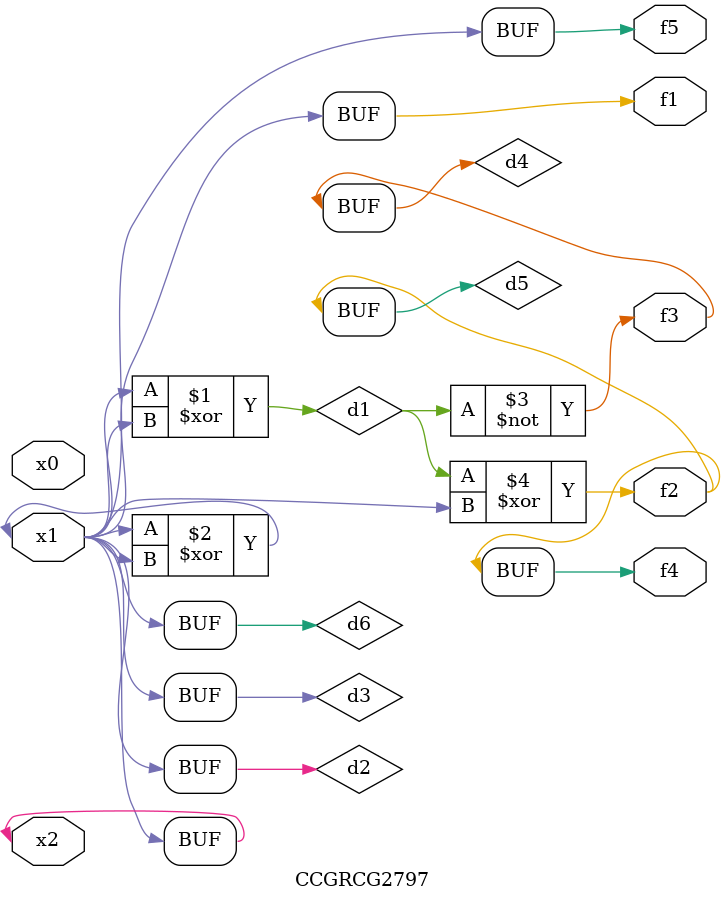
<source format=v>
module CCGRCG2797(
	input x0, x1, x2,
	output f1, f2, f3, f4, f5
);

	wire d1, d2, d3, d4, d5, d6;

	xor (d1, x1, x2);
	buf (d2, x1, x2);
	xor (d3, x1, x2);
	nor (d4, d1);
	xor (d5, d1, d2);
	buf (d6, d2, d3);
	assign f1 = d6;
	assign f2 = d5;
	assign f3 = d4;
	assign f4 = d5;
	assign f5 = d6;
endmodule

</source>
